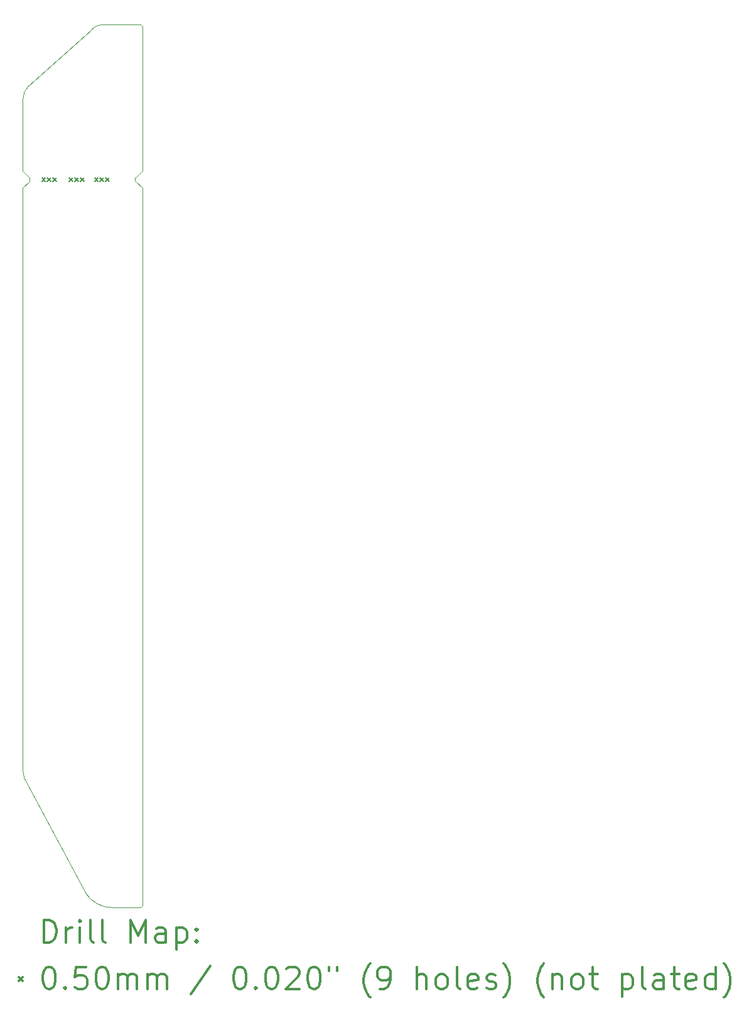
<source format=gbr>
%FSLAX45Y45*%
G04 Gerber Fmt 4.5, Leading zero omitted, Abs format (unit mm)*
G04 Created by KiCad (PCBNEW (5.1.9)-1) date 2021-11-25 09:32:05*
%MOMM*%
%LPD*%
G01*
G04 APERTURE LIST*
%TA.AperFunction,Profile*%
%ADD10C,0.050000*%
%TD*%
%ADD11C,0.200000*%
%ADD12C,0.300000*%
G04 APERTURE END LIST*
D10*
X9461500Y-2952750D02*
X9484360Y-2975610D01*
X9461500Y-14856460D02*
X9484360Y-14833600D01*
X9484360Y-4927600D02*
X9484360Y-2975610D01*
X9395460Y-5067300D02*
X9484360Y-5156200D01*
X9395460Y-5067300D02*
G75*
G02*
X9395460Y-5016500I25400J25400D01*
G01*
X9395460Y-5016500D02*
X9484360Y-4927600D01*
X7874000Y-4927600D02*
X7874000Y-3962400D01*
X7962900Y-5016500D02*
G75*
G02*
X7962900Y-5067300I-25400J-25400D01*
G01*
X7962900Y-5067300D02*
X7874000Y-5156200D01*
X7962900Y-5016500D02*
X7874000Y-4927600D01*
X8791906Y-3026813D02*
G75*
G02*
X8928100Y-2952750I177170J-163541D01*
G01*
X7874000Y-3962400D02*
G75*
G02*
X7956782Y-3771900I260582J0D01*
G01*
X7895024Y-13120741D02*
G75*
G02*
X7874000Y-13004800I309176J115941D01*
G01*
X9093134Y-14856755D02*
G75*
G02*
X8724900Y-14668500I-12634J429555D01*
G01*
X7956782Y-3771900D02*
X8791906Y-3026813D01*
X8724900Y-14668500D02*
X7895024Y-13120741D01*
X8928100Y-2952750D02*
X9461500Y-2952750D01*
X7874000Y-13004800D02*
X7874000Y-5156200D01*
X9461500Y-14856755D02*
X9093134Y-14856755D01*
X9484360Y-5156200D02*
X9484360Y-14833600D01*
D11*
X8129670Y-5016830D02*
X8179670Y-5066830D01*
X8179670Y-5016830D02*
X8129670Y-5066830D01*
X8204670Y-5016830D02*
X8254670Y-5066830D01*
X8254670Y-5016830D02*
X8204670Y-5066830D01*
X8280120Y-5016830D02*
X8330120Y-5066830D01*
X8330120Y-5016830D02*
X8280120Y-5066830D01*
X8497970Y-5016830D02*
X8547970Y-5066830D01*
X8547970Y-5016830D02*
X8497970Y-5066830D01*
X8572970Y-5016830D02*
X8622970Y-5066830D01*
X8622970Y-5016830D02*
X8572970Y-5066830D01*
X8648420Y-5016830D02*
X8698420Y-5066830D01*
X8698420Y-5016830D02*
X8648420Y-5066830D01*
X8840800Y-5016900D02*
X8890800Y-5066900D01*
X8890800Y-5016900D02*
X8840800Y-5066900D01*
X8915800Y-5016900D02*
X8965800Y-5066900D01*
X8965800Y-5016900D02*
X8915800Y-5066900D01*
X8991250Y-5016900D02*
X9041250Y-5066900D01*
X9041250Y-5016900D02*
X8991250Y-5066900D01*
D12*
X8157928Y-15325155D02*
X8157928Y-15025155D01*
X8229357Y-15025155D01*
X8272214Y-15039441D01*
X8300786Y-15068012D01*
X8315071Y-15096583D01*
X8329357Y-15153726D01*
X8329357Y-15196583D01*
X8315071Y-15253726D01*
X8300786Y-15282298D01*
X8272214Y-15310869D01*
X8229357Y-15325155D01*
X8157928Y-15325155D01*
X8457928Y-15325155D02*
X8457928Y-15125155D01*
X8457928Y-15182298D02*
X8472214Y-15153726D01*
X8486500Y-15139441D01*
X8515071Y-15125155D01*
X8543643Y-15125155D01*
X8643643Y-15325155D02*
X8643643Y-15125155D01*
X8643643Y-15025155D02*
X8629357Y-15039441D01*
X8643643Y-15053726D01*
X8657928Y-15039441D01*
X8643643Y-15025155D01*
X8643643Y-15053726D01*
X8829357Y-15325155D02*
X8800786Y-15310869D01*
X8786500Y-15282298D01*
X8786500Y-15025155D01*
X8986500Y-15325155D02*
X8957928Y-15310869D01*
X8943643Y-15282298D01*
X8943643Y-15025155D01*
X9329357Y-15325155D02*
X9329357Y-15025155D01*
X9429357Y-15239441D01*
X9529357Y-15025155D01*
X9529357Y-15325155D01*
X9800786Y-15325155D02*
X9800786Y-15168012D01*
X9786500Y-15139441D01*
X9757928Y-15125155D01*
X9700786Y-15125155D01*
X9672214Y-15139441D01*
X9800786Y-15310869D02*
X9772214Y-15325155D01*
X9700786Y-15325155D01*
X9672214Y-15310869D01*
X9657928Y-15282298D01*
X9657928Y-15253726D01*
X9672214Y-15225155D01*
X9700786Y-15210869D01*
X9772214Y-15210869D01*
X9800786Y-15196583D01*
X9943643Y-15125155D02*
X9943643Y-15425155D01*
X9943643Y-15139441D02*
X9972214Y-15125155D01*
X10029357Y-15125155D01*
X10057928Y-15139441D01*
X10072214Y-15153726D01*
X10086500Y-15182298D01*
X10086500Y-15268012D01*
X10072214Y-15296583D01*
X10057928Y-15310869D01*
X10029357Y-15325155D01*
X9972214Y-15325155D01*
X9943643Y-15310869D01*
X10215071Y-15296583D02*
X10229357Y-15310869D01*
X10215071Y-15325155D01*
X10200786Y-15310869D01*
X10215071Y-15296583D01*
X10215071Y-15325155D01*
X10215071Y-15139441D02*
X10229357Y-15153726D01*
X10215071Y-15168012D01*
X10200786Y-15153726D01*
X10215071Y-15139441D01*
X10215071Y-15168012D01*
X7821500Y-15794441D02*
X7871500Y-15844441D01*
X7871500Y-15794441D02*
X7821500Y-15844441D01*
X8215071Y-15655155D02*
X8243643Y-15655155D01*
X8272214Y-15669441D01*
X8286500Y-15683726D01*
X8300786Y-15712298D01*
X8315071Y-15769441D01*
X8315071Y-15840869D01*
X8300786Y-15898012D01*
X8286500Y-15926583D01*
X8272214Y-15940869D01*
X8243643Y-15955155D01*
X8215071Y-15955155D01*
X8186500Y-15940869D01*
X8172214Y-15926583D01*
X8157928Y-15898012D01*
X8143643Y-15840869D01*
X8143643Y-15769441D01*
X8157928Y-15712298D01*
X8172214Y-15683726D01*
X8186500Y-15669441D01*
X8215071Y-15655155D01*
X8443643Y-15926583D02*
X8457928Y-15940869D01*
X8443643Y-15955155D01*
X8429357Y-15940869D01*
X8443643Y-15926583D01*
X8443643Y-15955155D01*
X8729357Y-15655155D02*
X8586500Y-15655155D01*
X8572214Y-15798012D01*
X8586500Y-15783726D01*
X8615071Y-15769441D01*
X8686500Y-15769441D01*
X8715071Y-15783726D01*
X8729357Y-15798012D01*
X8743643Y-15826583D01*
X8743643Y-15898012D01*
X8729357Y-15926583D01*
X8715071Y-15940869D01*
X8686500Y-15955155D01*
X8615071Y-15955155D01*
X8586500Y-15940869D01*
X8572214Y-15926583D01*
X8929357Y-15655155D02*
X8957928Y-15655155D01*
X8986500Y-15669441D01*
X9000786Y-15683726D01*
X9015071Y-15712298D01*
X9029357Y-15769441D01*
X9029357Y-15840869D01*
X9015071Y-15898012D01*
X9000786Y-15926583D01*
X8986500Y-15940869D01*
X8957928Y-15955155D01*
X8929357Y-15955155D01*
X8900786Y-15940869D01*
X8886500Y-15926583D01*
X8872214Y-15898012D01*
X8857928Y-15840869D01*
X8857928Y-15769441D01*
X8872214Y-15712298D01*
X8886500Y-15683726D01*
X8900786Y-15669441D01*
X8929357Y-15655155D01*
X9157928Y-15955155D02*
X9157928Y-15755155D01*
X9157928Y-15783726D02*
X9172214Y-15769441D01*
X9200786Y-15755155D01*
X9243643Y-15755155D01*
X9272214Y-15769441D01*
X9286500Y-15798012D01*
X9286500Y-15955155D01*
X9286500Y-15798012D02*
X9300786Y-15769441D01*
X9329357Y-15755155D01*
X9372214Y-15755155D01*
X9400786Y-15769441D01*
X9415071Y-15798012D01*
X9415071Y-15955155D01*
X9557928Y-15955155D02*
X9557928Y-15755155D01*
X9557928Y-15783726D02*
X9572214Y-15769441D01*
X9600786Y-15755155D01*
X9643643Y-15755155D01*
X9672214Y-15769441D01*
X9686500Y-15798012D01*
X9686500Y-15955155D01*
X9686500Y-15798012D02*
X9700786Y-15769441D01*
X9729357Y-15755155D01*
X9772214Y-15755155D01*
X9800786Y-15769441D01*
X9815071Y-15798012D01*
X9815071Y-15955155D01*
X10400786Y-15640869D02*
X10143643Y-16026583D01*
X10786500Y-15655155D02*
X10815071Y-15655155D01*
X10843643Y-15669441D01*
X10857928Y-15683726D01*
X10872214Y-15712298D01*
X10886500Y-15769441D01*
X10886500Y-15840869D01*
X10872214Y-15898012D01*
X10857928Y-15926583D01*
X10843643Y-15940869D01*
X10815071Y-15955155D01*
X10786500Y-15955155D01*
X10757928Y-15940869D01*
X10743643Y-15926583D01*
X10729357Y-15898012D01*
X10715071Y-15840869D01*
X10715071Y-15769441D01*
X10729357Y-15712298D01*
X10743643Y-15683726D01*
X10757928Y-15669441D01*
X10786500Y-15655155D01*
X11015071Y-15926583D02*
X11029357Y-15940869D01*
X11015071Y-15955155D01*
X11000786Y-15940869D01*
X11015071Y-15926583D01*
X11015071Y-15955155D01*
X11215071Y-15655155D02*
X11243643Y-15655155D01*
X11272214Y-15669441D01*
X11286500Y-15683726D01*
X11300786Y-15712298D01*
X11315071Y-15769441D01*
X11315071Y-15840869D01*
X11300786Y-15898012D01*
X11286500Y-15926583D01*
X11272214Y-15940869D01*
X11243643Y-15955155D01*
X11215071Y-15955155D01*
X11186500Y-15940869D01*
X11172214Y-15926583D01*
X11157928Y-15898012D01*
X11143643Y-15840869D01*
X11143643Y-15769441D01*
X11157928Y-15712298D01*
X11172214Y-15683726D01*
X11186500Y-15669441D01*
X11215071Y-15655155D01*
X11429357Y-15683726D02*
X11443643Y-15669441D01*
X11472214Y-15655155D01*
X11543643Y-15655155D01*
X11572214Y-15669441D01*
X11586500Y-15683726D01*
X11600786Y-15712298D01*
X11600786Y-15740869D01*
X11586500Y-15783726D01*
X11415071Y-15955155D01*
X11600786Y-15955155D01*
X11786500Y-15655155D02*
X11815071Y-15655155D01*
X11843643Y-15669441D01*
X11857928Y-15683726D01*
X11872214Y-15712298D01*
X11886500Y-15769441D01*
X11886500Y-15840869D01*
X11872214Y-15898012D01*
X11857928Y-15926583D01*
X11843643Y-15940869D01*
X11815071Y-15955155D01*
X11786500Y-15955155D01*
X11757928Y-15940869D01*
X11743643Y-15926583D01*
X11729357Y-15898012D01*
X11715071Y-15840869D01*
X11715071Y-15769441D01*
X11729357Y-15712298D01*
X11743643Y-15683726D01*
X11757928Y-15669441D01*
X11786500Y-15655155D01*
X12000786Y-15655155D02*
X12000786Y-15712298D01*
X12115071Y-15655155D02*
X12115071Y-15712298D01*
X12557928Y-16069441D02*
X12543643Y-16055155D01*
X12515071Y-16012298D01*
X12500786Y-15983726D01*
X12486500Y-15940869D01*
X12472214Y-15869441D01*
X12472214Y-15812298D01*
X12486500Y-15740869D01*
X12500786Y-15698012D01*
X12515071Y-15669441D01*
X12543643Y-15626583D01*
X12557928Y-15612298D01*
X12686500Y-15955155D02*
X12743643Y-15955155D01*
X12772214Y-15940869D01*
X12786500Y-15926583D01*
X12815071Y-15883726D01*
X12829357Y-15826583D01*
X12829357Y-15712298D01*
X12815071Y-15683726D01*
X12800786Y-15669441D01*
X12772214Y-15655155D01*
X12715071Y-15655155D01*
X12686500Y-15669441D01*
X12672214Y-15683726D01*
X12657928Y-15712298D01*
X12657928Y-15783726D01*
X12672214Y-15812298D01*
X12686500Y-15826583D01*
X12715071Y-15840869D01*
X12772214Y-15840869D01*
X12800786Y-15826583D01*
X12815071Y-15812298D01*
X12829357Y-15783726D01*
X13186500Y-15955155D02*
X13186500Y-15655155D01*
X13315071Y-15955155D02*
X13315071Y-15798012D01*
X13300786Y-15769441D01*
X13272214Y-15755155D01*
X13229357Y-15755155D01*
X13200786Y-15769441D01*
X13186500Y-15783726D01*
X13500786Y-15955155D02*
X13472214Y-15940869D01*
X13457928Y-15926583D01*
X13443643Y-15898012D01*
X13443643Y-15812298D01*
X13457928Y-15783726D01*
X13472214Y-15769441D01*
X13500786Y-15755155D01*
X13543643Y-15755155D01*
X13572214Y-15769441D01*
X13586500Y-15783726D01*
X13600786Y-15812298D01*
X13600786Y-15898012D01*
X13586500Y-15926583D01*
X13572214Y-15940869D01*
X13543643Y-15955155D01*
X13500786Y-15955155D01*
X13772214Y-15955155D02*
X13743643Y-15940869D01*
X13729357Y-15912298D01*
X13729357Y-15655155D01*
X14000786Y-15940869D02*
X13972214Y-15955155D01*
X13915071Y-15955155D01*
X13886500Y-15940869D01*
X13872214Y-15912298D01*
X13872214Y-15798012D01*
X13886500Y-15769441D01*
X13915071Y-15755155D01*
X13972214Y-15755155D01*
X14000786Y-15769441D01*
X14015071Y-15798012D01*
X14015071Y-15826583D01*
X13872214Y-15855155D01*
X14129357Y-15940869D02*
X14157928Y-15955155D01*
X14215071Y-15955155D01*
X14243643Y-15940869D01*
X14257928Y-15912298D01*
X14257928Y-15898012D01*
X14243643Y-15869441D01*
X14215071Y-15855155D01*
X14172214Y-15855155D01*
X14143643Y-15840869D01*
X14129357Y-15812298D01*
X14129357Y-15798012D01*
X14143643Y-15769441D01*
X14172214Y-15755155D01*
X14215071Y-15755155D01*
X14243643Y-15769441D01*
X14357928Y-16069441D02*
X14372214Y-16055155D01*
X14400786Y-16012298D01*
X14415071Y-15983726D01*
X14429357Y-15940869D01*
X14443643Y-15869441D01*
X14443643Y-15812298D01*
X14429357Y-15740869D01*
X14415071Y-15698012D01*
X14400786Y-15669441D01*
X14372214Y-15626583D01*
X14357928Y-15612298D01*
X14900786Y-16069441D02*
X14886500Y-16055155D01*
X14857928Y-16012298D01*
X14843643Y-15983726D01*
X14829357Y-15940869D01*
X14815071Y-15869441D01*
X14815071Y-15812298D01*
X14829357Y-15740869D01*
X14843643Y-15698012D01*
X14857928Y-15669441D01*
X14886500Y-15626583D01*
X14900786Y-15612298D01*
X15015071Y-15755155D02*
X15015071Y-15955155D01*
X15015071Y-15783726D02*
X15029357Y-15769441D01*
X15057928Y-15755155D01*
X15100786Y-15755155D01*
X15129357Y-15769441D01*
X15143643Y-15798012D01*
X15143643Y-15955155D01*
X15329357Y-15955155D02*
X15300786Y-15940869D01*
X15286500Y-15926583D01*
X15272214Y-15898012D01*
X15272214Y-15812298D01*
X15286500Y-15783726D01*
X15300786Y-15769441D01*
X15329357Y-15755155D01*
X15372214Y-15755155D01*
X15400786Y-15769441D01*
X15415071Y-15783726D01*
X15429357Y-15812298D01*
X15429357Y-15898012D01*
X15415071Y-15926583D01*
X15400786Y-15940869D01*
X15372214Y-15955155D01*
X15329357Y-15955155D01*
X15515071Y-15755155D02*
X15629357Y-15755155D01*
X15557928Y-15655155D02*
X15557928Y-15912298D01*
X15572214Y-15940869D01*
X15600786Y-15955155D01*
X15629357Y-15955155D01*
X15957928Y-15755155D02*
X15957928Y-16055155D01*
X15957928Y-15769441D02*
X15986500Y-15755155D01*
X16043643Y-15755155D01*
X16072214Y-15769441D01*
X16086500Y-15783726D01*
X16100786Y-15812298D01*
X16100786Y-15898012D01*
X16086500Y-15926583D01*
X16072214Y-15940869D01*
X16043643Y-15955155D01*
X15986500Y-15955155D01*
X15957928Y-15940869D01*
X16272214Y-15955155D02*
X16243643Y-15940869D01*
X16229357Y-15912298D01*
X16229357Y-15655155D01*
X16515071Y-15955155D02*
X16515071Y-15798012D01*
X16500786Y-15769441D01*
X16472214Y-15755155D01*
X16415071Y-15755155D01*
X16386500Y-15769441D01*
X16515071Y-15940869D02*
X16486500Y-15955155D01*
X16415071Y-15955155D01*
X16386500Y-15940869D01*
X16372214Y-15912298D01*
X16372214Y-15883726D01*
X16386500Y-15855155D01*
X16415071Y-15840869D01*
X16486500Y-15840869D01*
X16515071Y-15826583D01*
X16615071Y-15755155D02*
X16729357Y-15755155D01*
X16657928Y-15655155D02*
X16657928Y-15912298D01*
X16672214Y-15940869D01*
X16700786Y-15955155D01*
X16729357Y-15955155D01*
X16943643Y-15940869D02*
X16915071Y-15955155D01*
X16857928Y-15955155D01*
X16829357Y-15940869D01*
X16815071Y-15912298D01*
X16815071Y-15798012D01*
X16829357Y-15769441D01*
X16857928Y-15755155D01*
X16915071Y-15755155D01*
X16943643Y-15769441D01*
X16957928Y-15798012D01*
X16957928Y-15826583D01*
X16815071Y-15855155D01*
X17215071Y-15955155D02*
X17215071Y-15655155D01*
X17215071Y-15940869D02*
X17186500Y-15955155D01*
X17129357Y-15955155D01*
X17100786Y-15940869D01*
X17086500Y-15926583D01*
X17072214Y-15898012D01*
X17072214Y-15812298D01*
X17086500Y-15783726D01*
X17100786Y-15769441D01*
X17129357Y-15755155D01*
X17186500Y-15755155D01*
X17215071Y-15769441D01*
X17329357Y-16069441D02*
X17343643Y-16055155D01*
X17372214Y-16012298D01*
X17386500Y-15983726D01*
X17400786Y-15940869D01*
X17415071Y-15869441D01*
X17415071Y-15812298D01*
X17400786Y-15740869D01*
X17386500Y-15698012D01*
X17372214Y-15669441D01*
X17343643Y-15626583D01*
X17329357Y-15612298D01*
M02*

</source>
